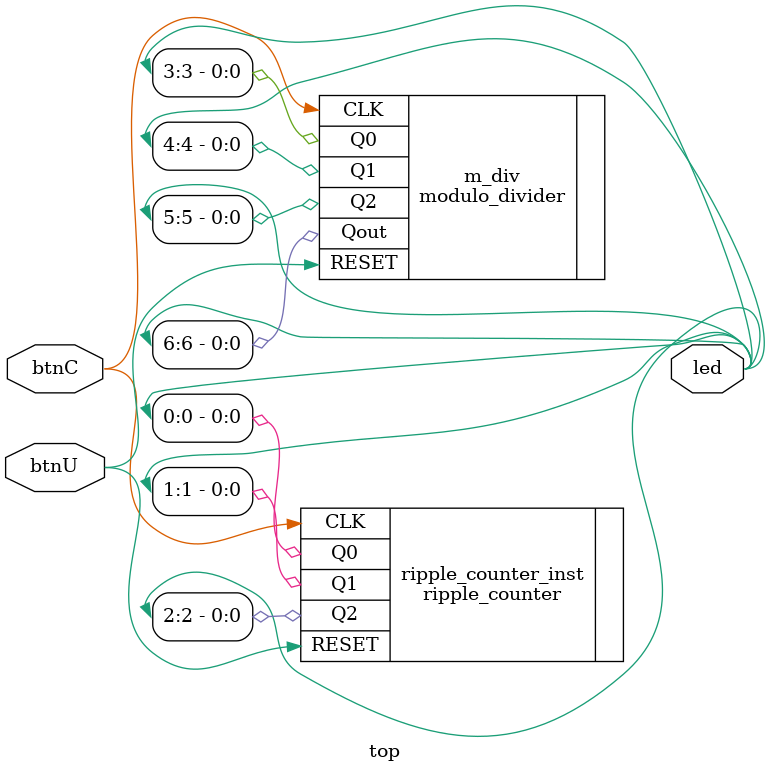
<source format=v>
module top(
    input btnU, btnC,
    output [6:0] led
);   
    modulo_divider m_div(
        .CLK(btnC),
        .RESET(btnU),
        .Q0(led[3]),
        .Q1(led[4]),
        .Q2(led[5]),
        .Qout(led[6])
    );

    ripple_counter ripple_counter_inst (
        .CLK(btnC),
        .RESET(btnU),
        .Q0(led[0]),
        .Q1(led[1]),
        .Q2(led[2])
    );


endmodule
</source>
